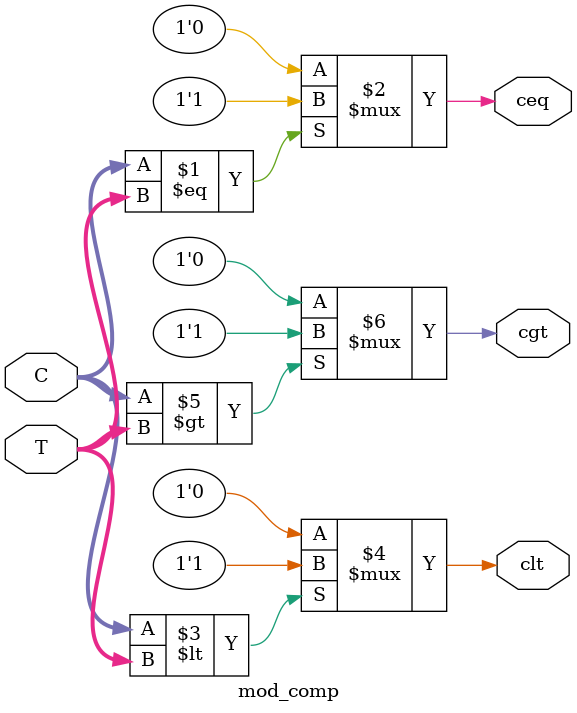
<source format=v>
`timescale 1ns / 1ps
module mod_comp(
output ceq,clt,cgt,
input [1:0]C,T
    );
assign ceq=(C==T)?1'b1:1'b0;
assign clt=(C<T)?1'b1:1'b0;
assign cgt=(C>T)?1'b1:1'b0;
endmodule

</source>
